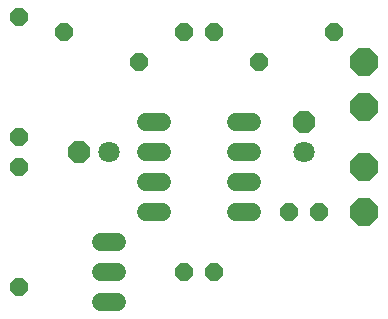
<source format=gbr>
G04 EAGLE Gerber X2 export*
%TF.Part,Single*%
%TF.FileFunction,Soldermask,Top,1*%
%TF.FilePolarity,Negative*%
%TF.GenerationSoftware,Autodesk,EAGLE,9.0.0*%
%TF.CreationDate,2018-07-10T22:09:29Z*%
G75*
%MOMM*%
%FSLAX34Y34*%
%LPD*%
%AMOC8*
5,1,8,0,0,1.08239X$1,22.5*%
G01*
%ADD10P,1.951982X8X112.500000*%
%ADD11C,1.803400*%
%ADD12P,1.951982X8X202.500000*%
%ADD13P,1.649562X8X22.500000*%
%ADD14C,1.524000*%
%ADD15P,2.556822X8X22.500000*%
%ADD16P,1.649562X8X202.500000*%
%ADD17P,1.649562X8X112.500000*%
%ADD18P,1.649562X8X292.500000*%


D10*
X279400Y177800D03*
D11*
X279400Y152400D03*
D12*
X88900Y152400D03*
D11*
X114300Y152400D03*
D13*
X266700Y101600D03*
X292100Y101600D03*
D14*
X159004Y177800D02*
X145796Y177800D01*
X145796Y152400D02*
X159004Y152400D01*
X221996Y152400D02*
X235204Y152400D01*
X235204Y177800D02*
X221996Y177800D01*
X159004Y127000D02*
X145796Y127000D01*
X145796Y101600D02*
X159004Y101600D01*
X221996Y127000D02*
X235204Y127000D01*
X235204Y101600D02*
X221996Y101600D01*
D13*
X177800Y50800D03*
X203200Y50800D03*
D14*
X120904Y25400D02*
X107696Y25400D01*
X107696Y76200D02*
X120904Y76200D01*
X120904Y50800D02*
X107696Y50800D01*
D15*
X330200Y101600D03*
X330200Y139700D03*
D16*
X241300Y228600D03*
X139700Y228600D03*
D17*
X38100Y38100D03*
X38100Y139700D03*
D16*
X304800Y254000D03*
X203200Y254000D03*
D18*
X38100Y266700D03*
X38100Y165100D03*
D13*
X76200Y254000D03*
X177800Y254000D03*
D15*
X330200Y228600D03*
X330200Y190500D03*
M02*

</source>
